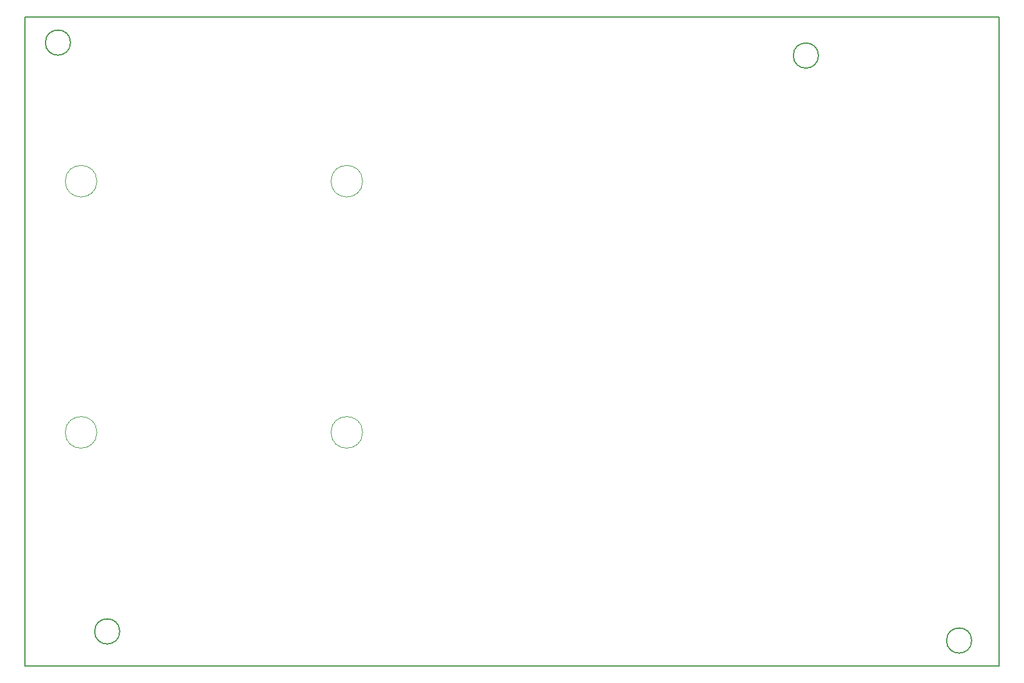
<source format=gbr>
%TF.GenerationSoftware,KiCad,Pcbnew,(6.0.5)*%
%TF.CreationDate,2023-02-13T18:16:20+09:00*%
%TF.ProjectId,charge shutdown PCB_v.2,63686172-6765-4207-9368-7574646f776e,rev?*%
%TF.SameCoordinates,Original*%
%TF.FileFunction,Profile,NP*%
%FSLAX46Y46*%
G04 Gerber Fmt 4.6, Leading zero omitted, Abs format (unit mm)*
G04 Created by KiCad (PCBNEW (6.0.5)) date 2023-02-13 18:16:20*
%MOMM*%
%LPD*%
G01*
G04 APERTURE LIST*
%TA.AperFunction,Profile*%
%ADD10C,0.200000*%
%TD*%
%TA.AperFunction,Profile*%
%ADD11C,0.120000*%
%TD*%
G04 APERTURE END LIST*
D10*
X61976000Y-20828000D02*
X197612000Y-20828000D01*
X197612000Y-20828000D02*
X197612000Y-111252000D01*
X197612000Y-111252000D02*
X61976000Y-111252000D01*
X61976000Y-111252000D02*
X61976000Y-20828000D01*
X68298000Y-24384000D02*
G75*
G03*
X68298000Y-24384000I-1750000J0D01*
G01*
X193774000Y-107696000D02*
G75*
G03*
X193774000Y-107696000I-1750000J0D01*
G01*
X75156000Y-106426000D02*
G75*
G03*
X75156000Y-106426000I-1750000J0D01*
G01*
X172438000Y-26190000D02*
G75*
G03*
X172438000Y-26190000I-1750000J0D01*
G01*
D11*
%TO.C,R_DIS1*%
X108966000Y-43698000D02*
G75*
G03*
X108966000Y-43698000I-2200000J0D01*
G01*
X71966000Y-43698000D02*
G75*
G03*
X71966000Y-43698000I-2200000J0D01*
G01*
X71966000Y-78698000D02*
G75*
G03*
X71966000Y-78698000I-2200000J0D01*
G01*
X108966000Y-78698000D02*
G75*
G03*
X108966000Y-78698000I-2200000J0D01*
G01*
%TD*%
M02*

</source>
